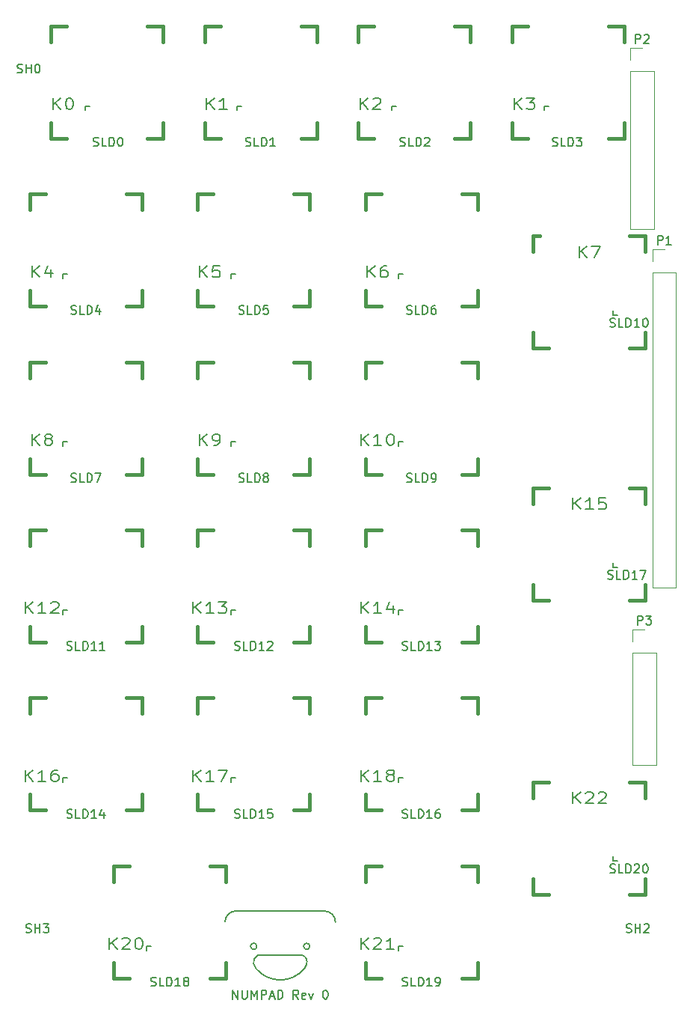
<source format=gto>
G04 #@! TF.FileFunction,Legend,Top*
%FSLAX46Y46*%
G04 Gerber Fmt 4.6, Leading zero omitted, Abs format (unit mm)*
G04 Created by KiCad (PCBNEW 4.0.5) date Sun Feb 26 02:23:34 2017*
%MOMM*%
%LPD*%
G01*
G04 APERTURE LIST*
%ADD10C,0.100000*%
%ADD11C,0.120000*%
%ADD12C,0.381000*%
%ADD13C,0.150000*%
%ADD14C,0.203200*%
G04 APERTURE END LIST*
D10*
D11*
X131670000Y-49770000D02*
X131670000Y-67610000D01*
X131670000Y-67610000D02*
X134330000Y-67610000D01*
X134330000Y-67610000D02*
X134330000Y-49770000D01*
X134330000Y-49770000D02*
X131670000Y-49770000D01*
X131670000Y-48500000D02*
X131670000Y-47170000D01*
X131670000Y-47170000D02*
X133000000Y-47170000D01*
X131920000Y-115520000D02*
X131920000Y-128280000D01*
X131920000Y-128280000D02*
X134580000Y-128280000D01*
X134580000Y-128280000D02*
X134580000Y-115520000D01*
X134580000Y-115520000D02*
X131920000Y-115520000D01*
X131920000Y-114250000D02*
X131920000Y-112920000D01*
X131920000Y-112920000D02*
X133250000Y-112920000D01*
X134170000Y-72520000D02*
X134170000Y-108140000D01*
X134170000Y-108140000D02*
X136830000Y-108140000D01*
X136830000Y-108140000D02*
X136830000Y-72520000D01*
X136830000Y-72520000D02*
X134170000Y-72520000D01*
X134170000Y-71250000D02*
X134170000Y-69920000D01*
X134170000Y-69920000D02*
X135500000Y-69920000D01*
D12*
X63650000Y-63650000D02*
X65428000Y-63650000D01*
X74572000Y-63650000D02*
X76350000Y-63650000D01*
X76350000Y-63650000D02*
X76350000Y-65428000D01*
X76350000Y-74572000D02*
X76350000Y-76350000D01*
X76350000Y-76350000D02*
X74572000Y-76350000D01*
X65428000Y-76350000D02*
X63650000Y-76350000D01*
X63650000Y-76350000D02*
X63650000Y-74572000D01*
X63650000Y-65428000D02*
X63650000Y-63650000D01*
X82650000Y-101650000D02*
X84428000Y-101650000D01*
X93572000Y-101650000D02*
X95350000Y-101650000D01*
X95350000Y-101650000D02*
X95350000Y-103428000D01*
X95350000Y-112572000D02*
X95350000Y-114350000D01*
X95350000Y-114350000D02*
X93572000Y-114350000D01*
X84428000Y-114350000D02*
X82650000Y-114350000D01*
X82650000Y-114350000D02*
X82650000Y-112572000D01*
X82650000Y-103428000D02*
X82650000Y-101650000D01*
X101650000Y-139650000D02*
X103428000Y-139650000D01*
X112572000Y-139650000D02*
X114350000Y-139650000D01*
X114350000Y-139650000D02*
X114350000Y-141428000D01*
X114350000Y-150572000D02*
X114350000Y-152350000D01*
X114350000Y-152350000D02*
X112572000Y-152350000D01*
X103428000Y-152350000D02*
X101650000Y-152350000D01*
X101650000Y-152350000D02*
X101650000Y-150572000D01*
X101650000Y-141428000D02*
X101650000Y-139650000D01*
X101650000Y-101650000D02*
X103428000Y-101650000D01*
X112572000Y-101650000D02*
X114350000Y-101650000D01*
X114350000Y-101650000D02*
X114350000Y-103428000D01*
X114350000Y-112572000D02*
X114350000Y-114350000D01*
X114350000Y-114350000D02*
X112572000Y-114350000D01*
X103428000Y-114350000D02*
X101650000Y-114350000D01*
X101650000Y-114350000D02*
X101650000Y-112572000D01*
X101650000Y-103428000D02*
X101650000Y-101650000D01*
X82650000Y-82650000D02*
X84428000Y-82650000D01*
X93572000Y-82650000D02*
X95350000Y-82650000D01*
X95350000Y-82650000D02*
X95350000Y-84428000D01*
X95350000Y-93572000D02*
X95350000Y-95350000D01*
X95350000Y-95350000D02*
X93572000Y-95350000D01*
X84428000Y-95350000D02*
X82650000Y-95350000D01*
X82650000Y-95350000D02*
X82650000Y-93572000D01*
X82650000Y-84428000D02*
X82650000Y-82650000D01*
X101650000Y-63650000D02*
X103428000Y-63650000D01*
X112572000Y-63650000D02*
X114350000Y-63650000D01*
X114350000Y-63650000D02*
X114350000Y-65428000D01*
X114350000Y-74572000D02*
X114350000Y-76350000D01*
X114350000Y-76350000D02*
X112572000Y-76350000D01*
X103428000Y-76350000D02*
X101650000Y-76350000D01*
X101650000Y-76350000D02*
X101650000Y-74572000D01*
X101650000Y-65428000D02*
X101650000Y-63650000D01*
X82650000Y-63650000D02*
X84428000Y-63650000D01*
X93572000Y-63650000D02*
X95350000Y-63650000D01*
X95350000Y-63650000D02*
X95350000Y-65428000D01*
X95350000Y-74572000D02*
X95350000Y-76350000D01*
X95350000Y-76350000D02*
X93572000Y-76350000D01*
X84428000Y-76350000D02*
X82650000Y-76350000D01*
X82650000Y-76350000D02*
X82650000Y-74572000D01*
X82650000Y-65428000D02*
X82650000Y-63650000D01*
X63650000Y-82650000D02*
X65428000Y-82650000D01*
X74572000Y-82650000D02*
X76350000Y-82650000D01*
X76350000Y-82650000D02*
X76350000Y-84428000D01*
X76350000Y-93572000D02*
X76350000Y-95350000D01*
X76350000Y-95350000D02*
X74572000Y-95350000D01*
X65428000Y-95350000D02*
X63650000Y-95350000D01*
X63650000Y-95350000D02*
X63650000Y-93572000D01*
X63650000Y-84428000D02*
X63650000Y-82650000D01*
X101650000Y-82650000D02*
X103428000Y-82650000D01*
X112572000Y-82650000D02*
X114350000Y-82650000D01*
X114350000Y-82650000D02*
X114350000Y-84428000D01*
X114350000Y-93572000D02*
X114350000Y-95350000D01*
X114350000Y-95350000D02*
X112572000Y-95350000D01*
X103428000Y-95350000D02*
X101650000Y-95350000D01*
X101650000Y-95350000D02*
X101650000Y-93572000D01*
X101650000Y-84428000D02*
X101650000Y-82650000D01*
X63650000Y-101650000D02*
X65428000Y-101650000D01*
X74572000Y-101650000D02*
X76350000Y-101650000D01*
X76350000Y-101650000D02*
X76350000Y-103428000D01*
X76350000Y-112572000D02*
X76350000Y-114350000D01*
X76350000Y-114350000D02*
X74572000Y-114350000D01*
X65428000Y-114350000D02*
X63650000Y-114350000D01*
X63650000Y-114350000D02*
X63650000Y-112572000D01*
X63650000Y-103428000D02*
X63650000Y-101650000D01*
X63650000Y-120650000D02*
X65428000Y-120650000D01*
X74572000Y-120650000D02*
X76350000Y-120650000D01*
X76350000Y-120650000D02*
X76350000Y-122428000D01*
X76350000Y-131572000D02*
X76350000Y-133350000D01*
X76350000Y-133350000D02*
X74572000Y-133350000D01*
X65428000Y-133350000D02*
X63650000Y-133350000D01*
X63650000Y-133350000D02*
X63650000Y-131572000D01*
X63650000Y-122428000D02*
X63650000Y-120650000D01*
X82650000Y-120650000D02*
X84428000Y-120650000D01*
X93572000Y-120650000D02*
X95350000Y-120650000D01*
X95350000Y-120650000D02*
X95350000Y-122428000D01*
X95350000Y-131572000D02*
X95350000Y-133350000D01*
X95350000Y-133350000D02*
X93572000Y-133350000D01*
X84428000Y-133350000D02*
X82650000Y-133350000D01*
X82650000Y-133350000D02*
X82650000Y-131572000D01*
X82650000Y-122428000D02*
X82650000Y-120650000D01*
X101650000Y-120650000D02*
X103428000Y-120650000D01*
X112572000Y-120650000D02*
X114350000Y-120650000D01*
X114350000Y-120650000D02*
X114350000Y-122428000D01*
X114350000Y-131572000D02*
X114350000Y-133350000D01*
X114350000Y-133350000D02*
X112572000Y-133350000D01*
X103428000Y-133350000D02*
X101650000Y-133350000D01*
X101650000Y-133350000D02*
X101650000Y-131572000D01*
X101650000Y-122428000D02*
X101650000Y-120650000D01*
X73150000Y-139650000D02*
X74928000Y-139650000D01*
X84072000Y-139650000D02*
X85850000Y-139650000D01*
X85850000Y-139650000D02*
X85850000Y-141428000D01*
X85850000Y-150572000D02*
X85850000Y-152350000D01*
X85850000Y-152350000D02*
X84072000Y-152350000D01*
X74928000Y-152350000D02*
X73150000Y-152350000D01*
X73150000Y-152350000D02*
X73150000Y-150572000D01*
X73150000Y-141428000D02*
X73150000Y-139650000D01*
X118275000Y-44650000D02*
X120053000Y-44650000D01*
X129197000Y-44650000D02*
X130975000Y-44650000D01*
X130975000Y-44650000D02*
X130975000Y-46428000D01*
X130975000Y-55572000D02*
X130975000Y-57350000D01*
X130975000Y-57350000D02*
X129197000Y-57350000D01*
X120053000Y-57350000D02*
X118275000Y-57350000D01*
X118275000Y-57350000D02*
X118275000Y-55572000D01*
X118275000Y-46428000D02*
X118275000Y-44650000D01*
X100858000Y-44650000D02*
X102636000Y-44650000D01*
X111780000Y-44650000D02*
X113558000Y-44650000D01*
X113558000Y-44650000D02*
X113558000Y-46428000D01*
X113558000Y-55572000D02*
X113558000Y-57350000D01*
X113558000Y-57350000D02*
X111780000Y-57350000D01*
X102636000Y-57350000D02*
X100858000Y-57350000D01*
X100858000Y-57350000D02*
X100858000Y-55572000D01*
X100858000Y-46428000D02*
X100858000Y-44650000D01*
X83441700Y-44650000D02*
X85219700Y-44650000D01*
X94363700Y-44650000D02*
X96141700Y-44650000D01*
X96141700Y-44650000D02*
X96141700Y-46428000D01*
X96141700Y-55572000D02*
X96141700Y-57350000D01*
X96141700Y-57350000D02*
X94363700Y-57350000D01*
X85219700Y-57350000D02*
X83441700Y-57350000D01*
X83441700Y-57350000D02*
X83441700Y-55572000D01*
X83441700Y-46428000D02*
X83441700Y-44650000D01*
X66025000Y-44650000D02*
X67803000Y-44650000D01*
X76947000Y-44650000D02*
X78725000Y-44650000D01*
X78725000Y-44650000D02*
X78725000Y-46428000D01*
X78725000Y-55572000D02*
X78725000Y-57350000D01*
X78725000Y-57350000D02*
X76947000Y-57350000D01*
X67803000Y-57350000D02*
X66025000Y-57350000D01*
X66025000Y-57350000D02*
X66025000Y-55572000D01*
X66025000Y-46428000D02*
X66025000Y-44650000D01*
X120650000Y-130150000D02*
X122428000Y-130150000D01*
X131572000Y-130150000D02*
X133350000Y-130150000D01*
X133350000Y-130150000D02*
X133350000Y-131928000D01*
X133350000Y-141072000D02*
X133350000Y-142850000D01*
X133350000Y-142850000D02*
X131572000Y-142850000D01*
X122428000Y-142850000D02*
X120650000Y-142850000D01*
X120650000Y-142850000D02*
X120650000Y-141072000D01*
X120650000Y-131928000D02*
X120650000Y-130150000D01*
X120650000Y-81100000D02*
X120650000Y-79322000D01*
X120650000Y-70178000D02*
X120650000Y-68400000D01*
X120650000Y-68400000D02*
X121428000Y-68400000D01*
X131572000Y-68400000D02*
X133350000Y-68400000D01*
X133350000Y-68400000D02*
X133350000Y-70178000D01*
X133350000Y-79322000D02*
X133350000Y-81100000D01*
X133350000Y-81100000D02*
X131572000Y-81100000D01*
X122428000Y-81100000D02*
X120650000Y-81100000D01*
X120650000Y-109600000D02*
X120650000Y-107822000D01*
X120650000Y-98678000D02*
X120650000Y-96900000D01*
X120650000Y-96900000D02*
X122428000Y-96900000D01*
X131572000Y-96900000D02*
X133350000Y-96900000D01*
X133350000Y-96900000D02*
X133350000Y-98678000D01*
X133350000Y-107822000D02*
X133350000Y-109600000D01*
X133350000Y-109600000D02*
X131572000Y-109600000D01*
X122428000Y-109600000D02*
X120650000Y-109600000D01*
D13*
X87000000Y-144750000D02*
X97000000Y-144750000D01*
X89250000Y-151250000D02*
G75*
G03X94750000Y-151250000I2750000J2250000D01*
G01*
X89016588Y-150745261D02*
G75*
G03X89250000Y-151250000I1733412J495261D01*
G01*
X89500000Y-149750000D02*
G75*
G03X89000000Y-150750000I250000J-750000D01*
G01*
X94764354Y-151259569D02*
G75*
G03X95000000Y-150750000I-1514354J1009569D01*
G01*
X94984025Y-150793610D02*
G75*
G03X94500000Y-149750000I-734025J293610D01*
G01*
X98250000Y-146000000D02*
G75*
G03X97000000Y-144750000I-1250000J0D01*
G01*
X87000000Y-144750000D02*
G75*
G03X85750000Y-146000000I0J-1250000D01*
G01*
X95353553Y-148750000D02*
G75*
G03X95353553Y-148750000I-353553J0D01*
G01*
X89353553Y-148750000D02*
G75*
G03X89353553Y-148750000I-353553J0D01*
G01*
X89500000Y-149750000D02*
X94500000Y-149750000D01*
X87150000Y-53700000D02*
X87650000Y-53700000D01*
X87150000Y-53700000D02*
X87150000Y-54200000D01*
X121900000Y-53700000D02*
X122400000Y-53700000D01*
X121900000Y-53700000D02*
X121900000Y-54200000D01*
X67400000Y-72700000D02*
X67900000Y-72700000D01*
X67400000Y-72700000D02*
X67400000Y-73200000D01*
X86400000Y-72700000D02*
X86900000Y-72700000D01*
X86400000Y-72700000D02*
X86400000Y-73200000D01*
X105400000Y-72700000D02*
X105900000Y-72700000D01*
X105400000Y-72700000D02*
X105400000Y-73200000D01*
X67400000Y-91700000D02*
X67900000Y-91700000D01*
X67400000Y-91700000D02*
X67400000Y-92200000D01*
X86400000Y-91700000D02*
X86900000Y-91700000D01*
X86400000Y-91700000D02*
X86400000Y-92200000D01*
X105400000Y-91700000D02*
X105900000Y-91700000D01*
X105400000Y-91700000D02*
X105400000Y-92200000D01*
X67400000Y-110700000D02*
X67900000Y-110700000D01*
X67400000Y-110700000D02*
X67400000Y-111200000D01*
X86400000Y-110700000D02*
X86900000Y-110700000D01*
X86400000Y-110700000D02*
X86400000Y-111200000D01*
X105400000Y-110700000D02*
X105900000Y-110700000D01*
X105400000Y-110700000D02*
X105400000Y-111200000D01*
X67400000Y-129700000D02*
X67900000Y-129700000D01*
X67400000Y-129700000D02*
X67400000Y-130200000D01*
X86400000Y-129700000D02*
X86900000Y-129700000D01*
X86400000Y-129700000D02*
X86400000Y-130200000D01*
X105400000Y-129700000D02*
X105900000Y-129700000D01*
X105400000Y-129700000D02*
X105400000Y-130200000D01*
X76900000Y-148700000D02*
X77400000Y-148700000D01*
X76900000Y-148700000D02*
X76900000Y-149200000D01*
X105400000Y-148700000D02*
X105900000Y-148700000D01*
X105400000Y-148700000D02*
X105400000Y-149200000D01*
X129700000Y-139100000D02*
X129700000Y-138600000D01*
X129700000Y-139100000D02*
X130200000Y-139100000D01*
X69900000Y-53700000D02*
X70400000Y-53700000D01*
X69900000Y-53700000D02*
X69900000Y-54200000D01*
X104650000Y-53700000D02*
X105150000Y-53700000D01*
X104650000Y-53700000D02*
X104650000Y-54200000D01*
X129700000Y-77350000D02*
X129700000Y-76850000D01*
X129700000Y-77350000D02*
X130200000Y-77350000D01*
X129700000Y-105850000D02*
X129700000Y-105350000D01*
X129700000Y-105850000D02*
X130200000Y-105850000D01*
X62214286Y-49904762D02*
X62357143Y-49952381D01*
X62595239Y-49952381D01*
X62690477Y-49904762D01*
X62738096Y-49857143D01*
X62785715Y-49761905D01*
X62785715Y-49666667D01*
X62738096Y-49571429D01*
X62690477Y-49523810D01*
X62595239Y-49476190D01*
X62404762Y-49428571D01*
X62309524Y-49380952D01*
X62261905Y-49333333D01*
X62214286Y-49238095D01*
X62214286Y-49142857D01*
X62261905Y-49047619D01*
X62309524Y-49000000D01*
X62404762Y-48952381D01*
X62642858Y-48952381D01*
X62785715Y-49000000D01*
X63214286Y-49952381D02*
X63214286Y-48952381D01*
X63214286Y-49428571D02*
X63785715Y-49428571D01*
X63785715Y-49952381D02*
X63785715Y-48952381D01*
X64452381Y-48952381D02*
X64547620Y-48952381D01*
X64642858Y-49000000D01*
X64690477Y-49047619D01*
X64738096Y-49142857D01*
X64785715Y-49333333D01*
X64785715Y-49571429D01*
X64738096Y-49761905D01*
X64690477Y-49857143D01*
X64642858Y-49904762D01*
X64547620Y-49952381D01*
X64452381Y-49952381D01*
X64357143Y-49904762D01*
X64309524Y-49857143D01*
X64261905Y-49761905D01*
X64214286Y-49571429D01*
X64214286Y-49333333D01*
X64261905Y-49142857D01*
X64309524Y-49047619D01*
X64357143Y-49000000D01*
X64452381Y-48952381D01*
X132261905Y-46622381D02*
X132261905Y-45622381D01*
X132642858Y-45622381D01*
X132738096Y-45670000D01*
X132785715Y-45717619D01*
X132833334Y-45812857D01*
X132833334Y-45955714D01*
X132785715Y-46050952D01*
X132738096Y-46098571D01*
X132642858Y-46146190D01*
X132261905Y-46146190D01*
X133214286Y-45717619D02*
X133261905Y-45670000D01*
X133357143Y-45622381D01*
X133595239Y-45622381D01*
X133690477Y-45670000D01*
X133738096Y-45717619D01*
X133785715Y-45812857D01*
X133785715Y-45908095D01*
X133738096Y-46050952D01*
X133166667Y-46622381D01*
X133785715Y-46622381D01*
X132511905Y-112372381D02*
X132511905Y-111372381D01*
X132892858Y-111372381D01*
X132988096Y-111420000D01*
X133035715Y-111467619D01*
X133083334Y-111562857D01*
X133083334Y-111705714D01*
X133035715Y-111800952D01*
X132988096Y-111848571D01*
X132892858Y-111896190D01*
X132511905Y-111896190D01*
X133416667Y-111372381D02*
X134035715Y-111372381D01*
X133702381Y-111753333D01*
X133845239Y-111753333D01*
X133940477Y-111800952D01*
X133988096Y-111848571D01*
X134035715Y-111943810D01*
X134035715Y-112181905D01*
X133988096Y-112277143D01*
X133940477Y-112324762D01*
X133845239Y-112372381D01*
X133559524Y-112372381D01*
X133464286Y-112324762D01*
X133416667Y-112277143D01*
X134761905Y-69372381D02*
X134761905Y-68372381D01*
X135142858Y-68372381D01*
X135238096Y-68420000D01*
X135285715Y-68467619D01*
X135333334Y-68562857D01*
X135333334Y-68705714D01*
X135285715Y-68800952D01*
X135238096Y-68848571D01*
X135142858Y-68896190D01*
X134761905Y-68896190D01*
X136285715Y-69372381D02*
X135714286Y-69372381D01*
X136000000Y-69372381D02*
X136000000Y-68372381D01*
X135904762Y-68515238D01*
X135809524Y-68610476D01*
X135714286Y-68658095D01*
D14*
X63875143Y-73074524D02*
X63875143Y-71804524D01*
X64746000Y-73074524D02*
X64092857Y-72348810D01*
X64746000Y-71804524D02*
X63875143Y-72530238D01*
X66052286Y-72227857D02*
X66052286Y-73074524D01*
X65689429Y-71744048D02*
X65326572Y-72651190D01*
X66270000Y-72651190D01*
X82149428Y-111074524D02*
X82149428Y-109804524D01*
X83020285Y-111074524D02*
X82367142Y-110348810D01*
X83020285Y-109804524D02*
X82149428Y-110530238D01*
X84471714Y-111074524D02*
X83600857Y-111074524D01*
X84036285Y-111074524D02*
X84036285Y-109804524D01*
X83891142Y-109985952D01*
X83746000Y-110106905D01*
X83600857Y-110167381D01*
X84979714Y-109804524D02*
X85923143Y-109804524D01*
X85415143Y-110288333D01*
X85632857Y-110288333D01*
X85778000Y-110348810D01*
X85850571Y-110409286D01*
X85923143Y-110530238D01*
X85923143Y-110832619D01*
X85850571Y-110953571D01*
X85778000Y-111014048D01*
X85632857Y-111074524D01*
X85197429Y-111074524D01*
X85052286Y-111014048D01*
X84979714Y-110953571D01*
X101149428Y-149074524D02*
X101149428Y-147804524D01*
X102020285Y-149074524D02*
X101367142Y-148348810D01*
X102020285Y-147804524D02*
X101149428Y-148530238D01*
X102600857Y-147925476D02*
X102673428Y-147865000D01*
X102818571Y-147804524D01*
X103181428Y-147804524D01*
X103326571Y-147865000D01*
X103399142Y-147925476D01*
X103471714Y-148046429D01*
X103471714Y-148167381D01*
X103399142Y-148348810D01*
X102528285Y-149074524D01*
X103471714Y-149074524D01*
X104923143Y-149074524D02*
X104052286Y-149074524D01*
X104487714Y-149074524D02*
X104487714Y-147804524D01*
X104342571Y-147985952D01*
X104197429Y-148106905D01*
X104052286Y-148167381D01*
X101149428Y-111074524D02*
X101149428Y-109804524D01*
X102020285Y-111074524D02*
X101367142Y-110348810D01*
X102020285Y-109804524D02*
X101149428Y-110530238D01*
X103471714Y-111074524D02*
X102600857Y-111074524D01*
X103036285Y-111074524D02*
X103036285Y-109804524D01*
X102891142Y-109985952D01*
X102746000Y-110106905D01*
X102600857Y-110167381D01*
X104778000Y-110227857D02*
X104778000Y-111074524D01*
X104415143Y-109744048D02*
X104052286Y-110651190D01*
X104995714Y-110651190D01*
X82875143Y-92074524D02*
X82875143Y-90804524D01*
X83746000Y-92074524D02*
X83092857Y-91348810D01*
X83746000Y-90804524D02*
X82875143Y-91530238D01*
X84471715Y-92074524D02*
X84762000Y-92074524D01*
X84907143Y-92014048D01*
X84979715Y-91953571D01*
X85124857Y-91772143D01*
X85197429Y-91530238D01*
X85197429Y-91046429D01*
X85124857Y-90925476D01*
X85052286Y-90865000D01*
X84907143Y-90804524D01*
X84616857Y-90804524D01*
X84471715Y-90865000D01*
X84399143Y-90925476D01*
X84326572Y-91046429D01*
X84326572Y-91348810D01*
X84399143Y-91469762D01*
X84471715Y-91530238D01*
X84616857Y-91590714D01*
X84907143Y-91590714D01*
X85052286Y-91530238D01*
X85124857Y-91469762D01*
X85197429Y-91348810D01*
X101875143Y-73074524D02*
X101875143Y-71804524D01*
X102746000Y-73074524D02*
X102092857Y-72348810D01*
X102746000Y-71804524D02*
X101875143Y-72530238D01*
X104052286Y-71804524D02*
X103762000Y-71804524D01*
X103616857Y-71865000D01*
X103544286Y-71925476D01*
X103399143Y-72106905D01*
X103326572Y-72348810D01*
X103326572Y-72832619D01*
X103399143Y-72953571D01*
X103471715Y-73014048D01*
X103616857Y-73074524D01*
X103907143Y-73074524D01*
X104052286Y-73014048D01*
X104124857Y-72953571D01*
X104197429Y-72832619D01*
X104197429Y-72530238D01*
X104124857Y-72409286D01*
X104052286Y-72348810D01*
X103907143Y-72288333D01*
X103616857Y-72288333D01*
X103471715Y-72348810D01*
X103399143Y-72409286D01*
X103326572Y-72530238D01*
X82875143Y-73074524D02*
X82875143Y-71804524D01*
X83746000Y-73074524D02*
X83092857Y-72348810D01*
X83746000Y-71804524D02*
X82875143Y-72530238D01*
X85124857Y-71804524D02*
X84399143Y-71804524D01*
X84326572Y-72409286D01*
X84399143Y-72348810D01*
X84544286Y-72288333D01*
X84907143Y-72288333D01*
X85052286Y-72348810D01*
X85124857Y-72409286D01*
X85197429Y-72530238D01*
X85197429Y-72832619D01*
X85124857Y-72953571D01*
X85052286Y-73014048D01*
X84907143Y-73074524D01*
X84544286Y-73074524D01*
X84399143Y-73014048D01*
X84326572Y-72953571D01*
X63875143Y-92074524D02*
X63875143Y-90804524D01*
X64746000Y-92074524D02*
X64092857Y-91348810D01*
X64746000Y-90804524D02*
X63875143Y-91530238D01*
X65616857Y-91348810D02*
X65471715Y-91288333D01*
X65399143Y-91227857D01*
X65326572Y-91106905D01*
X65326572Y-91046429D01*
X65399143Y-90925476D01*
X65471715Y-90865000D01*
X65616857Y-90804524D01*
X65907143Y-90804524D01*
X66052286Y-90865000D01*
X66124857Y-90925476D01*
X66197429Y-91046429D01*
X66197429Y-91106905D01*
X66124857Y-91227857D01*
X66052286Y-91288333D01*
X65907143Y-91348810D01*
X65616857Y-91348810D01*
X65471715Y-91409286D01*
X65399143Y-91469762D01*
X65326572Y-91590714D01*
X65326572Y-91832619D01*
X65399143Y-91953571D01*
X65471715Y-92014048D01*
X65616857Y-92074524D01*
X65907143Y-92074524D01*
X66052286Y-92014048D01*
X66124857Y-91953571D01*
X66197429Y-91832619D01*
X66197429Y-91590714D01*
X66124857Y-91469762D01*
X66052286Y-91409286D01*
X65907143Y-91348810D01*
X101149428Y-92074524D02*
X101149428Y-90804524D01*
X102020285Y-92074524D02*
X101367142Y-91348810D01*
X102020285Y-90804524D02*
X101149428Y-91530238D01*
X103471714Y-92074524D02*
X102600857Y-92074524D01*
X103036285Y-92074524D02*
X103036285Y-90804524D01*
X102891142Y-90985952D01*
X102746000Y-91106905D01*
X102600857Y-91167381D01*
X104415143Y-90804524D02*
X104560286Y-90804524D01*
X104705429Y-90865000D01*
X104778000Y-90925476D01*
X104850571Y-91046429D01*
X104923143Y-91288333D01*
X104923143Y-91590714D01*
X104850571Y-91832619D01*
X104778000Y-91953571D01*
X104705429Y-92014048D01*
X104560286Y-92074524D01*
X104415143Y-92074524D01*
X104270000Y-92014048D01*
X104197429Y-91953571D01*
X104124857Y-91832619D01*
X104052286Y-91590714D01*
X104052286Y-91288333D01*
X104124857Y-91046429D01*
X104197429Y-90925476D01*
X104270000Y-90865000D01*
X104415143Y-90804524D01*
X63149428Y-111074524D02*
X63149428Y-109804524D01*
X64020285Y-111074524D02*
X63367142Y-110348810D01*
X64020285Y-109804524D02*
X63149428Y-110530238D01*
X65471714Y-111074524D02*
X64600857Y-111074524D01*
X65036285Y-111074524D02*
X65036285Y-109804524D01*
X64891142Y-109985952D01*
X64746000Y-110106905D01*
X64600857Y-110167381D01*
X66052286Y-109925476D02*
X66124857Y-109865000D01*
X66270000Y-109804524D01*
X66632857Y-109804524D01*
X66778000Y-109865000D01*
X66850571Y-109925476D01*
X66923143Y-110046429D01*
X66923143Y-110167381D01*
X66850571Y-110348810D01*
X65979714Y-111074524D01*
X66923143Y-111074524D01*
X63149428Y-130074524D02*
X63149428Y-128804524D01*
X64020285Y-130074524D02*
X63367142Y-129348810D01*
X64020285Y-128804524D02*
X63149428Y-129530238D01*
X65471714Y-130074524D02*
X64600857Y-130074524D01*
X65036285Y-130074524D02*
X65036285Y-128804524D01*
X64891142Y-128985952D01*
X64746000Y-129106905D01*
X64600857Y-129167381D01*
X66778000Y-128804524D02*
X66487714Y-128804524D01*
X66342571Y-128865000D01*
X66270000Y-128925476D01*
X66124857Y-129106905D01*
X66052286Y-129348810D01*
X66052286Y-129832619D01*
X66124857Y-129953571D01*
X66197429Y-130014048D01*
X66342571Y-130074524D01*
X66632857Y-130074524D01*
X66778000Y-130014048D01*
X66850571Y-129953571D01*
X66923143Y-129832619D01*
X66923143Y-129530238D01*
X66850571Y-129409286D01*
X66778000Y-129348810D01*
X66632857Y-129288333D01*
X66342571Y-129288333D01*
X66197429Y-129348810D01*
X66124857Y-129409286D01*
X66052286Y-129530238D01*
X82149428Y-130074524D02*
X82149428Y-128804524D01*
X83020285Y-130074524D02*
X82367142Y-129348810D01*
X83020285Y-128804524D02*
X82149428Y-129530238D01*
X84471714Y-130074524D02*
X83600857Y-130074524D01*
X84036285Y-130074524D02*
X84036285Y-128804524D01*
X83891142Y-128985952D01*
X83746000Y-129106905D01*
X83600857Y-129167381D01*
X84979714Y-128804524D02*
X85995714Y-128804524D01*
X85342571Y-130074524D01*
X101149428Y-130074524D02*
X101149428Y-128804524D01*
X102020285Y-130074524D02*
X101367142Y-129348810D01*
X102020285Y-128804524D02*
X101149428Y-129530238D01*
X103471714Y-130074524D02*
X102600857Y-130074524D01*
X103036285Y-130074524D02*
X103036285Y-128804524D01*
X102891142Y-128985952D01*
X102746000Y-129106905D01*
X102600857Y-129167381D01*
X104342571Y-129348810D02*
X104197429Y-129288333D01*
X104124857Y-129227857D01*
X104052286Y-129106905D01*
X104052286Y-129046429D01*
X104124857Y-128925476D01*
X104197429Y-128865000D01*
X104342571Y-128804524D01*
X104632857Y-128804524D01*
X104778000Y-128865000D01*
X104850571Y-128925476D01*
X104923143Y-129046429D01*
X104923143Y-129106905D01*
X104850571Y-129227857D01*
X104778000Y-129288333D01*
X104632857Y-129348810D01*
X104342571Y-129348810D01*
X104197429Y-129409286D01*
X104124857Y-129469762D01*
X104052286Y-129590714D01*
X104052286Y-129832619D01*
X104124857Y-129953571D01*
X104197429Y-130014048D01*
X104342571Y-130074524D01*
X104632857Y-130074524D01*
X104778000Y-130014048D01*
X104850571Y-129953571D01*
X104923143Y-129832619D01*
X104923143Y-129590714D01*
X104850571Y-129469762D01*
X104778000Y-129409286D01*
X104632857Y-129348810D01*
X72649428Y-149074524D02*
X72649428Y-147804524D01*
X73520285Y-149074524D02*
X72867142Y-148348810D01*
X73520285Y-147804524D02*
X72649428Y-148530238D01*
X74100857Y-147925476D02*
X74173428Y-147865000D01*
X74318571Y-147804524D01*
X74681428Y-147804524D01*
X74826571Y-147865000D01*
X74899142Y-147925476D01*
X74971714Y-148046429D01*
X74971714Y-148167381D01*
X74899142Y-148348810D01*
X74028285Y-149074524D01*
X74971714Y-149074524D01*
X75915143Y-147804524D02*
X76060286Y-147804524D01*
X76205429Y-147865000D01*
X76278000Y-147925476D01*
X76350571Y-148046429D01*
X76423143Y-148288333D01*
X76423143Y-148590714D01*
X76350571Y-148832619D01*
X76278000Y-148953571D01*
X76205429Y-149014048D01*
X76060286Y-149074524D01*
X75915143Y-149074524D01*
X75770000Y-149014048D01*
X75697429Y-148953571D01*
X75624857Y-148832619D01*
X75552286Y-148590714D01*
X75552286Y-148288333D01*
X75624857Y-148046429D01*
X75697429Y-147925476D01*
X75770000Y-147865000D01*
X75915143Y-147804524D01*
X118500143Y-54074524D02*
X118500143Y-52804524D01*
X119371000Y-54074524D02*
X118717857Y-53348810D01*
X119371000Y-52804524D02*
X118500143Y-53530238D01*
X119879000Y-52804524D02*
X120822429Y-52804524D01*
X120314429Y-53288333D01*
X120532143Y-53288333D01*
X120677286Y-53348810D01*
X120749857Y-53409286D01*
X120822429Y-53530238D01*
X120822429Y-53832619D01*
X120749857Y-53953571D01*
X120677286Y-54014048D01*
X120532143Y-54074524D01*
X120096715Y-54074524D01*
X119951572Y-54014048D01*
X119879000Y-53953571D01*
X101083143Y-54074524D02*
X101083143Y-52804524D01*
X101954000Y-54074524D02*
X101300857Y-53348810D01*
X101954000Y-52804524D02*
X101083143Y-53530238D01*
X102534572Y-52925476D02*
X102607143Y-52865000D01*
X102752286Y-52804524D01*
X103115143Y-52804524D01*
X103260286Y-52865000D01*
X103332857Y-52925476D01*
X103405429Y-53046429D01*
X103405429Y-53167381D01*
X103332857Y-53348810D01*
X102462000Y-54074524D01*
X103405429Y-54074524D01*
X83666843Y-54074524D02*
X83666843Y-52804524D01*
X84537700Y-54074524D02*
X83884557Y-53348810D01*
X84537700Y-52804524D02*
X83666843Y-53530238D01*
X85989129Y-54074524D02*
X85118272Y-54074524D01*
X85553700Y-54074524D02*
X85553700Y-52804524D01*
X85408557Y-52985952D01*
X85263415Y-53106905D01*
X85118272Y-53167381D01*
X66250143Y-54074524D02*
X66250143Y-52804524D01*
X67121000Y-54074524D02*
X66467857Y-53348810D01*
X67121000Y-52804524D02*
X66250143Y-53530238D01*
X68064429Y-52804524D02*
X68209572Y-52804524D01*
X68354715Y-52865000D01*
X68427286Y-52925476D01*
X68499857Y-53046429D01*
X68572429Y-53288333D01*
X68572429Y-53590714D01*
X68499857Y-53832619D01*
X68427286Y-53953571D01*
X68354715Y-54014048D01*
X68209572Y-54074524D01*
X68064429Y-54074524D01*
X67919286Y-54014048D01*
X67846715Y-53953571D01*
X67774143Y-53832619D01*
X67701572Y-53590714D01*
X67701572Y-53288333D01*
X67774143Y-53046429D01*
X67846715Y-52925476D01*
X67919286Y-52865000D01*
X68064429Y-52804524D01*
X125149428Y-132574524D02*
X125149428Y-131304524D01*
X126020285Y-132574524D02*
X125367142Y-131848810D01*
X126020285Y-131304524D02*
X125149428Y-132030238D01*
X126600857Y-131425476D02*
X126673428Y-131365000D01*
X126818571Y-131304524D01*
X127181428Y-131304524D01*
X127326571Y-131365000D01*
X127399142Y-131425476D01*
X127471714Y-131546429D01*
X127471714Y-131667381D01*
X127399142Y-131848810D01*
X126528285Y-132574524D01*
X127471714Y-132574524D01*
X128052286Y-131425476D02*
X128124857Y-131365000D01*
X128270000Y-131304524D01*
X128632857Y-131304524D01*
X128778000Y-131365000D01*
X128850571Y-131425476D01*
X128923143Y-131546429D01*
X128923143Y-131667381D01*
X128850571Y-131848810D01*
X127979714Y-132574524D01*
X128923143Y-132574524D01*
X125875143Y-70824524D02*
X125875143Y-69554524D01*
X126746000Y-70824524D02*
X126092857Y-70098810D01*
X126746000Y-69554524D02*
X125875143Y-70280238D01*
X127254000Y-69554524D02*
X128270000Y-69554524D01*
X127616857Y-70824524D01*
D13*
X131214286Y-147154762D02*
X131357143Y-147202381D01*
X131595239Y-147202381D01*
X131690477Y-147154762D01*
X131738096Y-147107143D01*
X131785715Y-147011905D01*
X131785715Y-146916667D01*
X131738096Y-146821429D01*
X131690477Y-146773810D01*
X131595239Y-146726190D01*
X131404762Y-146678571D01*
X131309524Y-146630952D01*
X131261905Y-146583333D01*
X131214286Y-146488095D01*
X131214286Y-146392857D01*
X131261905Y-146297619D01*
X131309524Y-146250000D01*
X131404762Y-146202381D01*
X131642858Y-146202381D01*
X131785715Y-146250000D01*
X132214286Y-147202381D02*
X132214286Y-146202381D01*
X132214286Y-146678571D02*
X132785715Y-146678571D01*
X132785715Y-147202381D02*
X132785715Y-146202381D01*
X133214286Y-146297619D02*
X133261905Y-146250000D01*
X133357143Y-146202381D01*
X133595239Y-146202381D01*
X133690477Y-146250000D01*
X133738096Y-146297619D01*
X133785715Y-146392857D01*
X133785715Y-146488095D01*
X133738096Y-146630952D01*
X133166667Y-147202381D01*
X133785715Y-147202381D01*
X63214286Y-147154762D02*
X63357143Y-147202381D01*
X63595239Y-147202381D01*
X63690477Y-147154762D01*
X63738096Y-147107143D01*
X63785715Y-147011905D01*
X63785715Y-146916667D01*
X63738096Y-146821429D01*
X63690477Y-146773810D01*
X63595239Y-146726190D01*
X63404762Y-146678571D01*
X63309524Y-146630952D01*
X63261905Y-146583333D01*
X63214286Y-146488095D01*
X63214286Y-146392857D01*
X63261905Y-146297619D01*
X63309524Y-146250000D01*
X63404762Y-146202381D01*
X63642858Y-146202381D01*
X63785715Y-146250000D01*
X64214286Y-147202381D02*
X64214286Y-146202381D01*
X64214286Y-146678571D02*
X64785715Y-146678571D01*
X64785715Y-147202381D02*
X64785715Y-146202381D01*
X65166667Y-146202381D02*
X65785715Y-146202381D01*
X65452381Y-146583333D01*
X65595239Y-146583333D01*
X65690477Y-146630952D01*
X65738096Y-146678571D01*
X65785715Y-146773810D01*
X65785715Y-147011905D01*
X65738096Y-147107143D01*
X65690477Y-147154762D01*
X65595239Y-147202381D01*
X65309524Y-147202381D01*
X65214286Y-147154762D01*
X65166667Y-147107143D01*
D14*
X125149428Y-99324524D02*
X125149428Y-98054524D01*
X126020285Y-99324524D02*
X125367142Y-98598810D01*
X126020285Y-98054524D02*
X125149428Y-98780238D01*
X127471714Y-99324524D02*
X126600857Y-99324524D01*
X127036285Y-99324524D02*
X127036285Y-98054524D01*
X126891142Y-98235952D01*
X126746000Y-98356905D01*
X126600857Y-98417381D01*
X128850571Y-98054524D02*
X128124857Y-98054524D01*
X128052286Y-98659286D01*
X128124857Y-98598810D01*
X128270000Y-98538333D01*
X128632857Y-98538333D01*
X128778000Y-98598810D01*
X128850571Y-98659286D01*
X128923143Y-98780238D01*
X128923143Y-99082619D01*
X128850571Y-99203571D01*
X128778000Y-99264048D01*
X128632857Y-99324524D01*
X128270000Y-99324524D01*
X128124857Y-99264048D01*
X128052286Y-99203571D01*
D13*
X86642857Y-154702381D02*
X86642857Y-153702381D01*
X87214286Y-154702381D01*
X87214286Y-153702381D01*
X87690476Y-153702381D02*
X87690476Y-154511905D01*
X87738095Y-154607143D01*
X87785714Y-154654762D01*
X87880952Y-154702381D01*
X88071429Y-154702381D01*
X88166667Y-154654762D01*
X88214286Y-154607143D01*
X88261905Y-154511905D01*
X88261905Y-153702381D01*
X88738095Y-154702381D02*
X88738095Y-153702381D01*
X89071429Y-154416667D01*
X89404762Y-153702381D01*
X89404762Y-154702381D01*
X89880952Y-154702381D02*
X89880952Y-153702381D01*
X90261905Y-153702381D01*
X90357143Y-153750000D01*
X90404762Y-153797619D01*
X90452381Y-153892857D01*
X90452381Y-154035714D01*
X90404762Y-154130952D01*
X90357143Y-154178571D01*
X90261905Y-154226190D01*
X89880952Y-154226190D01*
X90833333Y-154416667D02*
X91309524Y-154416667D01*
X90738095Y-154702381D02*
X91071428Y-153702381D01*
X91404762Y-154702381D01*
X91738095Y-154702381D02*
X91738095Y-153702381D01*
X91976190Y-153702381D01*
X92119048Y-153750000D01*
X92214286Y-153845238D01*
X92261905Y-153940476D01*
X92309524Y-154130952D01*
X92309524Y-154273810D01*
X92261905Y-154464286D01*
X92214286Y-154559524D01*
X92119048Y-154654762D01*
X91976190Y-154702381D01*
X91738095Y-154702381D01*
X94071429Y-154702381D02*
X93738095Y-154226190D01*
X93500000Y-154702381D02*
X93500000Y-153702381D01*
X93880953Y-153702381D01*
X93976191Y-153750000D01*
X94023810Y-153797619D01*
X94071429Y-153892857D01*
X94071429Y-154035714D01*
X94023810Y-154130952D01*
X93976191Y-154178571D01*
X93880953Y-154226190D01*
X93500000Y-154226190D01*
X94880953Y-154654762D02*
X94785715Y-154702381D01*
X94595238Y-154702381D01*
X94500000Y-154654762D01*
X94452381Y-154559524D01*
X94452381Y-154178571D01*
X94500000Y-154083333D01*
X94595238Y-154035714D01*
X94785715Y-154035714D01*
X94880953Y-154083333D01*
X94928572Y-154178571D01*
X94928572Y-154273810D01*
X94452381Y-154369048D01*
X95261905Y-154035714D02*
X95500000Y-154702381D01*
X95738096Y-154035714D01*
X97071429Y-153702381D02*
X97166668Y-153702381D01*
X97261906Y-153750000D01*
X97309525Y-153797619D01*
X97357144Y-153892857D01*
X97404763Y-154083333D01*
X97404763Y-154321429D01*
X97357144Y-154511905D01*
X97309525Y-154607143D01*
X97261906Y-154654762D01*
X97166668Y-154702381D01*
X97071429Y-154702381D01*
X96976191Y-154654762D01*
X96928572Y-154607143D01*
X96880953Y-154511905D01*
X96833334Y-154321429D01*
X96833334Y-154083333D01*
X96880953Y-153892857D01*
X96928572Y-153797619D01*
X96976191Y-153750000D01*
X97071429Y-153702381D01*
X88083333Y-58204762D02*
X88226190Y-58252381D01*
X88464286Y-58252381D01*
X88559524Y-58204762D01*
X88607143Y-58157143D01*
X88654762Y-58061905D01*
X88654762Y-57966667D01*
X88607143Y-57871429D01*
X88559524Y-57823810D01*
X88464286Y-57776190D01*
X88273809Y-57728571D01*
X88178571Y-57680952D01*
X88130952Y-57633333D01*
X88083333Y-57538095D01*
X88083333Y-57442857D01*
X88130952Y-57347619D01*
X88178571Y-57300000D01*
X88273809Y-57252381D01*
X88511905Y-57252381D01*
X88654762Y-57300000D01*
X89559524Y-58252381D02*
X89083333Y-58252381D01*
X89083333Y-57252381D01*
X89892857Y-58252381D02*
X89892857Y-57252381D01*
X90130952Y-57252381D01*
X90273810Y-57300000D01*
X90369048Y-57395238D01*
X90416667Y-57490476D01*
X90464286Y-57680952D01*
X90464286Y-57823810D01*
X90416667Y-58014286D01*
X90369048Y-58109524D01*
X90273810Y-58204762D01*
X90130952Y-58252381D01*
X89892857Y-58252381D01*
X91416667Y-58252381D02*
X90845238Y-58252381D01*
X91130952Y-58252381D02*
X91130952Y-57252381D01*
X91035714Y-57395238D01*
X90940476Y-57490476D01*
X90845238Y-57538095D01*
X122833333Y-58204762D02*
X122976190Y-58252381D01*
X123214286Y-58252381D01*
X123309524Y-58204762D01*
X123357143Y-58157143D01*
X123404762Y-58061905D01*
X123404762Y-57966667D01*
X123357143Y-57871429D01*
X123309524Y-57823810D01*
X123214286Y-57776190D01*
X123023809Y-57728571D01*
X122928571Y-57680952D01*
X122880952Y-57633333D01*
X122833333Y-57538095D01*
X122833333Y-57442857D01*
X122880952Y-57347619D01*
X122928571Y-57300000D01*
X123023809Y-57252381D01*
X123261905Y-57252381D01*
X123404762Y-57300000D01*
X124309524Y-58252381D02*
X123833333Y-58252381D01*
X123833333Y-57252381D01*
X124642857Y-58252381D02*
X124642857Y-57252381D01*
X124880952Y-57252381D01*
X125023810Y-57300000D01*
X125119048Y-57395238D01*
X125166667Y-57490476D01*
X125214286Y-57680952D01*
X125214286Y-57823810D01*
X125166667Y-58014286D01*
X125119048Y-58109524D01*
X125023810Y-58204762D01*
X124880952Y-58252381D01*
X124642857Y-58252381D01*
X125547619Y-57252381D02*
X126166667Y-57252381D01*
X125833333Y-57633333D01*
X125976191Y-57633333D01*
X126071429Y-57680952D01*
X126119048Y-57728571D01*
X126166667Y-57823810D01*
X126166667Y-58061905D01*
X126119048Y-58157143D01*
X126071429Y-58204762D01*
X125976191Y-58252381D01*
X125690476Y-58252381D01*
X125595238Y-58204762D01*
X125547619Y-58157143D01*
X68333333Y-77204762D02*
X68476190Y-77252381D01*
X68714286Y-77252381D01*
X68809524Y-77204762D01*
X68857143Y-77157143D01*
X68904762Y-77061905D01*
X68904762Y-76966667D01*
X68857143Y-76871429D01*
X68809524Y-76823810D01*
X68714286Y-76776190D01*
X68523809Y-76728571D01*
X68428571Y-76680952D01*
X68380952Y-76633333D01*
X68333333Y-76538095D01*
X68333333Y-76442857D01*
X68380952Y-76347619D01*
X68428571Y-76300000D01*
X68523809Y-76252381D01*
X68761905Y-76252381D01*
X68904762Y-76300000D01*
X69809524Y-77252381D02*
X69333333Y-77252381D01*
X69333333Y-76252381D01*
X70142857Y-77252381D02*
X70142857Y-76252381D01*
X70380952Y-76252381D01*
X70523810Y-76300000D01*
X70619048Y-76395238D01*
X70666667Y-76490476D01*
X70714286Y-76680952D01*
X70714286Y-76823810D01*
X70666667Y-77014286D01*
X70619048Y-77109524D01*
X70523810Y-77204762D01*
X70380952Y-77252381D01*
X70142857Y-77252381D01*
X71571429Y-76585714D02*
X71571429Y-77252381D01*
X71333333Y-76204762D02*
X71095238Y-76919048D01*
X71714286Y-76919048D01*
X87333333Y-77204762D02*
X87476190Y-77252381D01*
X87714286Y-77252381D01*
X87809524Y-77204762D01*
X87857143Y-77157143D01*
X87904762Y-77061905D01*
X87904762Y-76966667D01*
X87857143Y-76871429D01*
X87809524Y-76823810D01*
X87714286Y-76776190D01*
X87523809Y-76728571D01*
X87428571Y-76680952D01*
X87380952Y-76633333D01*
X87333333Y-76538095D01*
X87333333Y-76442857D01*
X87380952Y-76347619D01*
X87428571Y-76300000D01*
X87523809Y-76252381D01*
X87761905Y-76252381D01*
X87904762Y-76300000D01*
X88809524Y-77252381D02*
X88333333Y-77252381D01*
X88333333Y-76252381D01*
X89142857Y-77252381D02*
X89142857Y-76252381D01*
X89380952Y-76252381D01*
X89523810Y-76300000D01*
X89619048Y-76395238D01*
X89666667Y-76490476D01*
X89714286Y-76680952D01*
X89714286Y-76823810D01*
X89666667Y-77014286D01*
X89619048Y-77109524D01*
X89523810Y-77204762D01*
X89380952Y-77252381D01*
X89142857Y-77252381D01*
X90619048Y-76252381D02*
X90142857Y-76252381D01*
X90095238Y-76728571D01*
X90142857Y-76680952D01*
X90238095Y-76633333D01*
X90476191Y-76633333D01*
X90571429Y-76680952D01*
X90619048Y-76728571D01*
X90666667Y-76823810D01*
X90666667Y-77061905D01*
X90619048Y-77157143D01*
X90571429Y-77204762D01*
X90476191Y-77252381D01*
X90238095Y-77252381D01*
X90142857Y-77204762D01*
X90095238Y-77157143D01*
X106333333Y-77204762D02*
X106476190Y-77252381D01*
X106714286Y-77252381D01*
X106809524Y-77204762D01*
X106857143Y-77157143D01*
X106904762Y-77061905D01*
X106904762Y-76966667D01*
X106857143Y-76871429D01*
X106809524Y-76823810D01*
X106714286Y-76776190D01*
X106523809Y-76728571D01*
X106428571Y-76680952D01*
X106380952Y-76633333D01*
X106333333Y-76538095D01*
X106333333Y-76442857D01*
X106380952Y-76347619D01*
X106428571Y-76300000D01*
X106523809Y-76252381D01*
X106761905Y-76252381D01*
X106904762Y-76300000D01*
X107809524Y-77252381D02*
X107333333Y-77252381D01*
X107333333Y-76252381D01*
X108142857Y-77252381D02*
X108142857Y-76252381D01*
X108380952Y-76252381D01*
X108523810Y-76300000D01*
X108619048Y-76395238D01*
X108666667Y-76490476D01*
X108714286Y-76680952D01*
X108714286Y-76823810D01*
X108666667Y-77014286D01*
X108619048Y-77109524D01*
X108523810Y-77204762D01*
X108380952Y-77252381D01*
X108142857Y-77252381D01*
X109571429Y-76252381D02*
X109380952Y-76252381D01*
X109285714Y-76300000D01*
X109238095Y-76347619D01*
X109142857Y-76490476D01*
X109095238Y-76680952D01*
X109095238Y-77061905D01*
X109142857Y-77157143D01*
X109190476Y-77204762D01*
X109285714Y-77252381D01*
X109476191Y-77252381D01*
X109571429Y-77204762D01*
X109619048Y-77157143D01*
X109666667Y-77061905D01*
X109666667Y-76823810D01*
X109619048Y-76728571D01*
X109571429Y-76680952D01*
X109476191Y-76633333D01*
X109285714Y-76633333D01*
X109190476Y-76680952D01*
X109142857Y-76728571D01*
X109095238Y-76823810D01*
X68333333Y-96204762D02*
X68476190Y-96252381D01*
X68714286Y-96252381D01*
X68809524Y-96204762D01*
X68857143Y-96157143D01*
X68904762Y-96061905D01*
X68904762Y-95966667D01*
X68857143Y-95871429D01*
X68809524Y-95823810D01*
X68714286Y-95776190D01*
X68523809Y-95728571D01*
X68428571Y-95680952D01*
X68380952Y-95633333D01*
X68333333Y-95538095D01*
X68333333Y-95442857D01*
X68380952Y-95347619D01*
X68428571Y-95300000D01*
X68523809Y-95252381D01*
X68761905Y-95252381D01*
X68904762Y-95300000D01*
X69809524Y-96252381D02*
X69333333Y-96252381D01*
X69333333Y-95252381D01*
X70142857Y-96252381D02*
X70142857Y-95252381D01*
X70380952Y-95252381D01*
X70523810Y-95300000D01*
X70619048Y-95395238D01*
X70666667Y-95490476D01*
X70714286Y-95680952D01*
X70714286Y-95823810D01*
X70666667Y-96014286D01*
X70619048Y-96109524D01*
X70523810Y-96204762D01*
X70380952Y-96252381D01*
X70142857Y-96252381D01*
X71047619Y-95252381D02*
X71714286Y-95252381D01*
X71285714Y-96252381D01*
X87333333Y-96204762D02*
X87476190Y-96252381D01*
X87714286Y-96252381D01*
X87809524Y-96204762D01*
X87857143Y-96157143D01*
X87904762Y-96061905D01*
X87904762Y-95966667D01*
X87857143Y-95871429D01*
X87809524Y-95823810D01*
X87714286Y-95776190D01*
X87523809Y-95728571D01*
X87428571Y-95680952D01*
X87380952Y-95633333D01*
X87333333Y-95538095D01*
X87333333Y-95442857D01*
X87380952Y-95347619D01*
X87428571Y-95300000D01*
X87523809Y-95252381D01*
X87761905Y-95252381D01*
X87904762Y-95300000D01*
X88809524Y-96252381D02*
X88333333Y-96252381D01*
X88333333Y-95252381D01*
X89142857Y-96252381D02*
X89142857Y-95252381D01*
X89380952Y-95252381D01*
X89523810Y-95300000D01*
X89619048Y-95395238D01*
X89666667Y-95490476D01*
X89714286Y-95680952D01*
X89714286Y-95823810D01*
X89666667Y-96014286D01*
X89619048Y-96109524D01*
X89523810Y-96204762D01*
X89380952Y-96252381D01*
X89142857Y-96252381D01*
X90285714Y-95680952D02*
X90190476Y-95633333D01*
X90142857Y-95585714D01*
X90095238Y-95490476D01*
X90095238Y-95442857D01*
X90142857Y-95347619D01*
X90190476Y-95300000D01*
X90285714Y-95252381D01*
X90476191Y-95252381D01*
X90571429Y-95300000D01*
X90619048Y-95347619D01*
X90666667Y-95442857D01*
X90666667Y-95490476D01*
X90619048Y-95585714D01*
X90571429Y-95633333D01*
X90476191Y-95680952D01*
X90285714Y-95680952D01*
X90190476Y-95728571D01*
X90142857Y-95776190D01*
X90095238Y-95871429D01*
X90095238Y-96061905D01*
X90142857Y-96157143D01*
X90190476Y-96204762D01*
X90285714Y-96252381D01*
X90476191Y-96252381D01*
X90571429Y-96204762D01*
X90619048Y-96157143D01*
X90666667Y-96061905D01*
X90666667Y-95871429D01*
X90619048Y-95776190D01*
X90571429Y-95728571D01*
X90476191Y-95680952D01*
X106333333Y-96204762D02*
X106476190Y-96252381D01*
X106714286Y-96252381D01*
X106809524Y-96204762D01*
X106857143Y-96157143D01*
X106904762Y-96061905D01*
X106904762Y-95966667D01*
X106857143Y-95871429D01*
X106809524Y-95823810D01*
X106714286Y-95776190D01*
X106523809Y-95728571D01*
X106428571Y-95680952D01*
X106380952Y-95633333D01*
X106333333Y-95538095D01*
X106333333Y-95442857D01*
X106380952Y-95347619D01*
X106428571Y-95300000D01*
X106523809Y-95252381D01*
X106761905Y-95252381D01*
X106904762Y-95300000D01*
X107809524Y-96252381D02*
X107333333Y-96252381D01*
X107333333Y-95252381D01*
X108142857Y-96252381D02*
X108142857Y-95252381D01*
X108380952Y-95252381D01*
X108523810Y-95300000D01*
X108619048Y-95395238D01*
X108666667Y-95490476D01*
X108714286Y-95680952D01*
X108714286Y-95823810D01*
X108666667Y-96014286D01*
X108619048Y-96109524D01*
X108523810Y-96204762D01*
X108380952Y-96252381D01*
X108142857Y-96252381D01*
X109190476Y-96252381D02*
X109380952Y-96252381D01*
X109476191Y-96204762D01*
X109523810Y-96157143D01*
X109619048Y-96014286D01*
X109666667Y-95823810D01*
X109666667Y-95442857D01*
X109619048Y-95347619D01*
X109571429Y-95300000D01*
X109476191Y-95252381D01*
X109285714Y-95252381D01*
X109190476Y-95300000D01*
X109142857Y-95347619D01*
X109095238Y-95442857D01*
X109095238Y-95680952D01*
X109142857Y-95776190D01*
X109190476Y-95823810D01*
X109285714Y-95871429D01*
X109476191Y-95871429D01*
X109571429Y-95823810D01*
X109619048Y-95776190D01*
X109666667Y-95680952D01*
X67857143Y-115204762D02*
X68000000Y-115252381D01*
X68238096Y-115252381D01*
X68333334Y-115204762D01*
X68380953Y-115157143D01*
X68428572Y-115061905D01*
X68428572Y-114966667D01*
X68380953Y-114871429D01*
X68333334Y-114823810D01*
X68238096Y-114776190D01*
X68047619Y-114728571D01*
X67952381Y-114680952D01*
X67904762Y-114633333D01*
X67857143Y-114538095D01*
X67857143Y-114442857D01*
X67904762Y-114347619D01*
X67952381Y-114300000D01*
X68047619Y-114252381D01*
X68285715Y-114252381D01*
X68428572Y-114300000D01*
X69333334Y-115252381D02*
X68857143Y-115252381D01*
X68857143Y-114252381D01*
X69666667Y-115252381D02*
X69666667Y-114252381D01*
X69904762Y-114252381D01*
X70047620Y-114300000D01*
X70142858Y-114395238D01*
X70190477Y-114490476D01*
X70238096Y-114680952D01*
X70238096Y-114823810D01*
X70190477Y-115014286D01*
X70142858Y-115109524D01*
X70047620Y-115204762D01*
X69904762Y-115252381D01*
X69666667Y-115252381D01*
X71190477Y-115252381D02*
X70619048Y-115252381D01*
X70904762Y-115252381D02*
X70904762Y-114252381D01*
X70809524Y-114395238D01*
X70714286Y-114490476D01*
X70619048Y-114538095D01*
X72142858Y-115252381D02*
X71571429Y-115252381D01*
X71857143Y-115252381D02*
X71857143Y-114252381D01*
X71761905Y-114395238D01*
X71666667Y-114490476D01*
X71571429Y-114538095D01*
X86857143Y-115204762D02*
X87000000Y-115252381D01*
X87238096Y-115252381D01*
X87333334Y-115204762D01*
X87380953Y-115157143D01*
X87428572Y-115061905D01*
X87428572Y-114966667D01*
X87380953Y-114871429D01*
X87333334Y-114823810D01*
X87238096Y-114776190D01*
X87047619Y-114728571D01*
X86952381Y-114680952D01*
X86904762Y-114633333D01*
X86857143Y-114538095D01*
X86857143Y-114442857D01*
X86904762Y-114347619D01*
X86952381Y-114300000D01*
X87047619Y-114252381D01*
X87285715Y-114252381D01*
X87428572Y-114300000D01*
X88333334Y-115252381D02*
X87857143Y-115252381D01*
X87857143Y-114252381D01*
X88666667Y-115252381D02*
X88666667Y-114252381D01*
X88904762Y-114252381D01*
X89047620Y-114300000D01*
X89142858Y-114395238D01*
X89190477Y-114490476D01*
X89238096Y-114680952D01*
X89238096Y-114823810D01*
X89190477Y-115014286D01*
X89142858Y-115109524D01*
X89047620Y-115204762D01*
X88904762Y-115252381D01*
X88666667Y-115252381D01*
X90190477Y-115252381D02*
X89619048Y-115252381D01*
X89904762Y-115252381D02*
X89904762Y-114252381D01*
X89809524Y-114395238D01*
X89714286Y-114490476D01*
X89619048Y-114538095D01*
X90571429Y-114347619D02*
X90619048Y-114300000D01*
X90714286Y-114252381D01*
X90952382Y-114252381D01*
X91047620Y-114300000D01*
X91095239Y-114347619D01*
X91142858Y-114442857D01*
X91142858Y-114538095D01*
X91095239Y-114680952D01*
X90523810Y-115252381D01*
X91142858Y-115252381D01*
X105857143Y-115204762D02*
X106000000Y-115252381D01*
X106238096Y-115252381D01*
X106333334Y-115204762D01*
X106380953Y-115157143D01*
X106428572Y-115061905D01*
X106428572Y-114966667D01*
X106380953Y-114871429D01*
X106333334Y-114823810D01*
X106238096Y-114776190D01*
X106047619Y-114728571D01*
X105952381Y-114680952D01*
X105904762Y-114633333D01*
X105857143Y-114538095D01*
X105857143Y-114442857D01*
X105904762Y-114347619D01*
X105952381Y-114300000D01*
X106047619Y-114252381D01*
X106285715Y-114252381D01*
X106428572Y-114300000D01*
X107333334Y-115252381D02*
X106857143Y-115252381D01*
X106857143Y-114252381D01*
X107666667Y-115252381D02*
X107666667Y-114252381D01*
X107904762Y-114252381D01*
X108047620Y-114300000D01*
X108142858Y-114395238D01*
X108190477Y-114490476D01*
X108238096Y-114680952D01*
X108238096Y-114823810D01*
X108190477Y-115014286D01*
X108142858Y-115109524D01*
X108047620Y-115204762D01*
X107904762Y-115252381D01*
X107666667Y-115252381D01*
X109190477Y-115252381D02*
X108619048Y-115252381D01*
X108904762Y-115252381D02*
X108904762Y-114252381D01*
X108809524Y-114395238D01*
X108714286Y-114490476D01*
X108619048Y-114538095D01*
X109523810Y-114252381D02*
X110142858Y-114252381D01*
X109809524Y-114633333D01*
X109952382Y-114633333D01*
X110047620Y-114680952D01*
X110095239Y-114728571D01*
X110142858Y-114823810D01*
X110142858Y-115061905D01*
X110095239Y-115157143D01*
X110047620Y-115204762D01*
X109952382Y-115252381D01*
X109666667Y-115252381D01*
X109571429Y-115204762D01*
X109523810Y-115157143D01*
X67857143Y-134204762D02*
X68000000Y-134252381D01*
X68238096Y-134252381D01*
X68333334Y-134204762D01*
X68380953Y-134157143D01*
X68428572Y-134061905D01*
X68428572Y-133966667D01*
X68380953Y-133871429D01*
X68333334Y-133823810D01*
X68238096Y-133776190D01*
X68047619Y-133728571D01*
X67952381Y-133680952D01*
X67904762Y-133633333D01*
X67857143Y-133538095D01*
X67857143Y-133442857D01*
X67904762Y-133347619D01*
X67952381Y-133300000D01*
X68047619Y-133252381D01*
X68285715Y-133252381D01*
X68428572Y-133300000D01*
X69333334Y-134252381D02*
X68857143Y-134252381D01*
X68857143Y-133252381D01*
X69666667Y-134252381D02*
X69666667Y-133252381D01*
X69904762Y-133252381D01*
X70047620Y-133300000D01*
X70142858Y-133395238D01*
X70190477Y-133490476D01*
X70238096Y-133680952D01*
X70238096Y-133823810D01*
X70190477Y-134014286D01*
X70142858Y-134109524D01*
X70047620Y-134204762D01*
X69904762Y-134252381D01*
X69666667Y-134252381D01*
X71190477Y-134252381D02*
X70619048Y-134252381D01*
X70904762Y-134252381D02*
X70904762Y-133252381D01*
X70809524Y-133395238D01*
X70714286Y-133490476D01*
X70619048Y-133538095D01*
X72047620Y-133585714D02*
X72047620Y-134252381D01*
X71809524Y-133204762D02*
X71571429Y-133919048D01*
X72190477Y-133919048D01*
X86857143Y-134204762D02*
X87000000Y-134252381D01*
X87238096Y-134252381D01*
X87333334Y-134204762D01*
X87380953Y-134157143D01*
X87428572Y-134061905D01*
X87428572Y-133966667D01*
X87380953Y-133871429D01*
X87333334Y-133823810D01*
X87238096Y-133776190D01*
X87047619Y-133728571D01*
X86952381Y-133680952D01*
X86904762Y-133633333D01*
X86857143Y-133538095D01*
X86857143Y-133442857D01*
X86904762Y-133347619D01*
X86952381Y-133300000D01*
X87047619Y-133252381D01*
X87285715Y-133252381D01*
X87428572Y-133300000D01*
X88333334Y-134252381D02*
X87857143Y-134252381D01*
X87857143Y-133252381D01*
X88666667Y-134252381D02*
X88666667Y-133252381D01*
X88904762Y-133252381D01*
X89047620Y-133300000D01*
X89142858Y-133395238D01*
X89190477Y-133490476D01*
X89238096Y-133680952D01*
X89238096Y-133823810D01*
X89190477Y-134014286D01*
X89142858Y-134109524D01*
X89047620Y-134204762D01*
X88904762Y-134252381D01*
X88666667Y-134252381D01*
X90190477Y-134252381D02*
X89619048Y-134252381D01*
X89904762Y-134252381D02*
X89904762Y-133252381D01*
X89809524Y-133395238D01*
X89714286Y-133490476D01*
X89619048Y-133538095D01*
X91095239Y-133252381D02*
X90619048Y-133252381D01*
X90571429Y-133728571D01*
X90619048Y-133680952D01*
X90714286Y-133633333D01*
X90952382Y-133633333D01*
X91047620Y-133680952D01*
X91095239Y-133728571D01*
X91142858Y-133823810D01*
X91142858Y-134061905D01*
X91095239Y-134157143D01*
X91047620Y-134204762D01*
X90952382Y-134252381D01*
X90714286Y-134252381D01*
X90619048Y-134204762D01*
X90571429Y-134157143D01*
X105857143Y-134204762D02*
X106000000Y-134252381D01*
X106238096Y-134252381D01*
X106333334Y-134204762D01*
X106380953Y-134157143D01*
X106428572Y-134061905D01*
X106428572Y-133966667D01*
X106380953Y-133871429D01*
X106333334Y-133823810D01*
X106238096Y-133776190D01*
X106047619Y-133728571D01*
X105952381Y-133680952D01*
X105904762Y-133633333D01*
X105857143Y-133538095D01*
X105857143Y-133442857D01*
X105904762Y-133347619D01*
X105952381Y-133300000D01*
X106047619Y-133252381D01*
X106285715Y-133252381D01*
X106428572Y-133300000D01*
X107333334Y-134252381D02*
X106857143Y-134252381D01*
X106857143Y-133252381D01*
X107666667Y-134252381D02*
X107666667Y-133252381D01*
X107904762Y-133252381D01*
X108047620Y-133300000D01*
X108142858Y-133395238D01*
X108190477Y-133490476D01*
X108238096Y-133680952D01*
X108238096Y-133823810D01*
X108190477Y-134014286D01*
X108142858Y-134109524D01*
X108047620Y-134204762D01*
X107904762Y-134252381D01*
X107666667Y-134252381D01*
X109190477Y-134252381D02*
X108619048Y-134252381D01*
X108904762Y-134252381D02*
X108904762Y-133252381D01*
X108809524Y-133395238D01*
X108714286Y-133490476D01*
X108619048Y-133538095D01*
X110047620Y-133252381D02*
X109857143Y-133252381D01*
X109761905Y-133300000D01*
X109714286Y-133347619D01*
X109619048Y-133490476D01*
X109571429Y-133680952D01*
X109571429Y-134061905D01*
X109619048Y-134157143D01*
X109666667Y-134204762D01*
X109761905Y-134252381D01*
X109952382Y-134252381D01*
X110047620Y-134204762D01*
X110095239Y-134157143D01*
X110142858Y-134061905D01*
X110142858Y-133823810D01*
X110095239Y-133728571D01*
X110047620Y-133680952D01*
X109952382Y-133633333D01*
X109761905Y-133633333D01*
X109666667Y-133680952D01*
X109619048Y-133728571D01*
X109571429Y-133823810D01*
X77357143Y-153204762D02*
X77500000Y-153252381D01*
X77738096Y-153252381D01*
X77833334Y-153204762D01*
X77880953Y-153157143D01*
X77928572Y-153061905D01*
X77928572Y-152966667D01*
X77880953Y-152871429D01*
X77833334Y-152823810D01*
X77738096Y-152776190D01*
X77547619Y-152728571D01*
X77452381Y-152680952D01*
X77404762Y-152633333D01*
X77357143Y-152538095D01*
X77357143Y-152442857D01*
X77404762Y-152347619D01*
X77452381Y-152300000D01*
X77547619Y-152252381D01*
X77785715Y-152252381D01*
X77928572Y-152300000D01*
X78833334Y-153252381D02*
X78357143Y-153252381D01*
X78357143Y-152252381D01*
X79166667Y-153252381D02*
X79166667Y-152252381D01*
X79404762Y-152252381D01*
X79547620Y-152300000D01*
X79642858Y-152395238D01*
X79690477Y-152490476D01*
X79738096Y-152680952D01*
X79738096Y-152823810D01*
X79690477Y-153014286D01*
X79642858Y-153109524D01*
X79547620Y-153204762D01*
X79404762Y-153252381D01*
X79166667Y-153252381D01*
X80690477Y-153252381D02*
X80119048Y-153252381D01*
X80404762Y-153252381D02*
X80404762Y-152252381D01*
X80309524Y-152395238D01*
X80214286Y-152490476D01*
X80119048Y-152538095D01*
X81261905Y-152680952D02*
X81166667Y-152633333D01*
X81119048Y-152585714D01*
X81071429Y-152490476D01*
X81071429Y-152442857D01*
X81119048Y-152347619D01*
X81166667Y-152300000D01*
X81261905Y-152252381D01*
X81452382Y-152252381D01*
X81547620Y-152300000D01*
X81595239Y-152347619D01*
X81642858Y-152442857D01*
X81642858Y-152490476D01*
X81595239Y-152585714D01*
X81547620Y-152633333D01*
X81452382Y-152680952D01*
X81261905Y-152680952D01*
X81166667Y-152728571D01*
X81119048Y-152776190D01*
X81071429Y-152871429D01*
X81071429Y-153061905D01*
X81119048Y-153157143D01*
X81166667Y-153204762D01*
X81261905Y-153252381D01*
X81452382Y-153252381D01*
X81547620Y-153204762D01*
X81595239Y-153157143D01*
X81642858Y-153061905D01*
X81642858Y-152871429D01*
X81595239Y-152776190D01*
X81547620Y-152728571D01*
X81452382Y-152680952D01*
X105857143Y-153204762D02*
X106000000Y-153252381D01*
X106238096Y-153252381D01*
X106333334Y-153204762D01*
X106380953Y-153157143D01*
X106428572Y-153061905D01*
X106428572Y-152966667D01*
X106380953Y-152871429D01*
X106333334Y-152823810D01*
X106238096Y-152776190D01*
X106047619Y-152728571D01*
X105952381Y-152680952D01*
X105904762Y-152633333D01*
X105857143Y-152538095D01*
X105857143Y-152442857D01*
X105904762Y-152347619D01*
X105952381Y-152300000D01*
X106047619Y-152252381D01*
X106285715Y-152252381D01*
X106428572Y-152300000D01*
X107333334Y-153252381D02*
X106857143Y-153252381D01*
X106857143Y-152252381D01*
X107666667Y-153252381D02*
X107666667Y-152252381D01*
X107904762Y-152252381D01*
X108047620Y-152300000D01*
X108142858Y-152395238D01*
X108190477Y-152490476D01*
X108238096Y-152680952D01*
X108238096Y-152823810D01*
X108190477Y-153014286D01*
X108142858Y-153109524D01*
X108047620Y-153204762D01*
X107904762Y-153252381D01*
X107666667Y-153252381D01*
X109190477Y-153252381D02*
X108619048Y-153252381D01*
X108904762Y-153252381D02*
X108904762Y-152252381D01*
X108809524Y-152395238D01*
X108714286Y-152490476D01*
X108619048Y-152538095D01*
X109666667Y-153252381D02*
X109857143Y-153252381D01*
X109952382Y-153204762D01*
X110000001Y-153157143D01*
X110095239Y-153014286D01*
X110142858Y-152823810D01*
X110142858Y-152442857D01*
X110095239Y-152347619D01*
X110047620Y-152300000D01*
X109952382Y-152252381D01*
X109761905Y-152252381D01*
X109666667Y-152300000D01*
X109619048Y-152347619D01*
X109571429Y-152442857D01*
X109571429Y-152680952D01*
X109619048Y-152776190D01*
X109666667Y-152823810D01*
X109761905Y-152871429D01*
X109952382Y-152871429D01*
X110047620Y-152823810D01*
X110095239Y-152776190D01*
X110142858Y-152680952D01*
X129357143Y-140404762D02*
X129500000Y-140452381D01*
X129738096Y-140452381D01*
X129833334Y-140404762D01*
X129880953Y-140357143D01*
X129928572Y-140261905D01*
X129928572Y-140166667D01*
X129880953Y-140071429D01*
X129833334Y-140023810D01*
X129738096Y-139976190D01*
X129547619Y-139928571D01*
X129452381Y-139880952D01*
X129404762Y-139833333D01*
X129357143Y-139738095D01*
X129357143Y-139642857D01*
X129404762Y-139547619D01*
X129452381Y-139500000D01*
X129547619Y-139452381D01*
X129785715Y-139452381D01*
X129928572Y-139500000D01*
X130833334Y-140452381D02*
X130357143Y-140452381D01*
X130357143Y-139452381D01*
X131166667Y-140452381D02*
X131166667Y-139452381D01*
X131404762Y-139452381D01*
X131547620Y-139500000D01*
X131642858Y-139595238D01*
X131690477Y-139690476D01*
X131738096Y-139880952D01*
X131738096Y-140023810D01*
X131690477Y-140214286D01*
X131642858Y-140309524D01*
X131547620Y-140404762D01*
X131404762Y-140452381D01*
X131166667Y-140452381D01*
X132119048Y-139547619D02*
X132166667Y-139500000D01*
X132261905Y-139452381D01*
X132500001Y-139452381D01*
X132595239Y-139500000D01*
X132642858Y-139547619D01*
X132690477Y-139642857D01*
X132690477Y-139738095D01*
X132642858Y-139880952D01*
X132071429Y-140452381D01*
X132690477Y-140452381D01*
X133309524Y-139452381D02*
X133404763Y-139452381D01*
X133500001Y-139500000D01*
X133547620Y-139547619D01*
X133595239Y-139642857D01*
X133642858Y-139833333D01*
X133642858Y-140071429D01*
X133595239Y-140261905D01*
X133547620Y-140357143D01*
X133500001Y-140404762D01*
X133404763Y-140452381D01*
X133309524Y-140452381D01*
X133214286Y-140404762D01*
X133166667Y-140357143D01*
X133119048Y-140261905D01*
X133071429Y-140071429D01*
X133071429Y-139833333D01*
X133119048Y-139642857D01*
X133166667Y-139547619D01*
X133214286Y-139500000D01*
X133309524Y-139452381D01*
X70833333Y-58204762D02*
X70976190Y-58252381D01*
X71214286Y-58252381D01*
X71309524Y-58204762D01*
X71357143Y-58157143D01*
X71404762Y-58061905D01*
X71404762Y-57966667D01*
X71357143Y-57871429D01*
X71309524Y-57823810D01*
X71214286Y-57776190D01*
X71023809Y-57728571D01*
X70928571Y-57680952D01*
X70880952Y-57633333D01*
X70833333Y-57538095D01*
X70833333Y-57442857D01*
X70880952Y-57347619D01*
X70928571Y-57300000D01*
X71023809Y-57252381D01*
X71261905Y-57252381D01*
X71404762Y-57300000D01*
X72309524Y-58252381D02*
X71833333Y-58252381D01*
X71833333Y-57252381D01*
X72642857Y-58252381D02*
X72642857Y-57252381D01*
X72880952Y-57252381D01*
X73023810Y-57300000D01*
X73119048Y-57395238D01*
X73166667Y-57490476D01*
X73214286Y-57680952D01*
X73214286Y-57823810D01*
X73166667Y-58014286D01*
X73119048Y-58109524D01*
X73023810Y-58204762D01*
X72880952Y-58252381D01*
X72642857Y-58252381D01*
X73833333Y-57252381D02*
X73928572Y-57252381D01*
X74023810Y-57300000D01*
X74071429Y-57347619D01*
X74119048Y-57442857D01*
X74166667Y-57633333D01*
X74166667Y-57871429D01*
X74119048Y-58061905D01*
X74071429Y-58157143D01*
X74023810Y-58204762D01*
X73928572Y-58252381D01*
X73833333Y-58252381D01*
X73738095Y-58204762D01*
X73690476Y-58157143D01*
X73642857Y-58061905D01*
X73595238Y-57871429D01*
X73595238Y-57633333D01*
X73642857Y-57442857D01*
X73690476Y-57347619D01*
X73738095Y-57300000D01*
X73833333Y-57252381D01*
X105583333Y-58204762D02*
X105726190Y-58252381D01*
X105964286Y-58252381D01*
X106059524Y-58204762D01*
X106107143Y-58157143D01*
X106154762Y-58061905D01*
X106154762Y-57966667D01*
X106107143Y-57871429D01*
X106059524Y-57823810D01*
X105964286Y-57776190D01*
X105773809Y-57728571D01*
X105678571Y-57680952D01*
X105630952Y-57633333D01*
X105583333Y-57538095D01*
X105583333Y-57442857D01*
X105630952Y-57347619D01*
X105678571Y-57300000D01*
X105773809Y-57252381D01*
X106011905Y-57252381D01*
X106154762Y-57300000D01*
X107059524Y-58252381D02*
X106583333Y-58252381D01*
X106583333Y-57252381D01*
X107392857Y-58252381D02*
X107392857Y-57252381D01*
X107630952Y-57252381D01*
X107773810Y-57300000D01*
X107869048Y-57395238D01*
X107916667Y-57490476D01*
X107964286Y-57680952D01*
X107964286Y-57823810D01*
X107916667Y-58014286D01*
X107869048Y-58109524D01*
X107773810Y-58204762D01*
X107630952Y-58252381D01*
X107392857Y-58252381D01*
X108345238Y-57347619D02*
X108392857Y-57300000D01*
X108488095Y-57252381D01*
X108726191Y-57252381D01*
X108821429Y-57300000D01*
X108869048Y-57347619D01*
X108916667Y-57442857D01*
X108916667Y-57538095D01*
X108869048Y-57680952D01*
X108297619Y-58252381D01*
X108916667Y-58252381D01*
X129357143Y-78654762D02*
X129500000Y-78702381D01*
X129738096Y-78702381D01*
X129833334Y-78654762D01*
X129880953Y-78607143D01*
X129928572Y-78511905D01*
X129928572Y-78416667D01*
X129880953Y-78321429D01*
X129833334Y-78273810D01*
X129738096Y-78226190D01*
X129547619Y-78178571D01*
X129452381Y-78130952D01*
X129404762Y-78083333D01*
X129357143Y-77988095D01*
X129357143Y-77892857D01*
X129404762Y-77797619D01*
X129452381Y-77750000D01*
X129547619Y-77702381D01*
X129785715Y-77702381D01*
X129928572Y-77750000D01*
X130833334Y-78702381D02*
X130357143Y-78702381D01*
X130357143Y-77702381D01*
X131166667Y-78702381D02*
X131166667Y-77702381D01*
X131404762Y-77702381D01*
X131547620Y-77750000D01*
X131642858Y-77845238D01*
X131690477Y-77940476D01*
X131738096Y-78130952D01*
X131738096Y-78273810D01*
X131690477Y-78464286D01*
X131642858Y-78559524D01*
X131547620Y-78654762D01*
X131404762Y-78702381D01*
X131166667Y-78702381D01*
X132690477Y-78702381D02*
X132119048Y-78702381D01*
X132404762Y-78702381D02*
X132404762Y-77702381D01*
X132309524Y-77845238D01*
X132214286Y-77940476D01*
X132119048Y-77988095D01*
X133309524Y-77702381D02*
X133404763Y-77702381D01*
X133500001Y-77750000D01*
X133547620Y-77797619D01*
X133595239Y-77892857D01*
X133642858Y-78083333D01*
X133642858Y-78321429D01*
X133595239Y-78511905D01*
X133547620Y-78607143D01*
X133500001Y-78654762D01*
X133404763Y-78702381D01*
X133309524Y-78702381D01*
X133214286Y-78654762D01*
X133166667Y-78607143D01*
X133119048Y-78511905D01*
X133071429Y-78321429D01*
X133071429Y-78083333D01*
X133119048Y-77892857D01*
X133166667Y-77797619D01*
X133214286Y-77750000D01*
X133309524Y-77702381D01*
X129107143Y-107154762D02*
X129250000Y-107202381D01*
X129488096Y-107202381D01*
X129583334Y-107154762D01*
X129630953Y-107107143D01*
X129678572Y-107011905D01*
X129678572Y-106916667D01*
X129630953Y-106821429D01*
X129583334Y-106773810D01*
X129488096Y-106726190D01*
X129297619Y-106678571D01*
X129202381Y-106630952D01*
X129154762Y-106583333D01*
X129107143Y-106488095D01*
X129107143Y-106392857D01*
X129154762Y-106297619D01*
X129202381Y-106250000D01*
X129297619Y-106202381D01*
X129535715Y-106202381D01*
X129678572Y-106250000D01*
X130583334Y-107202381D02*
X130107143Y-107202381D01*
X130107143Y-106202381D01*
X130916667Y-107202381D02*
X130916667Y-106202381D01*
X131154762Y-106202381D01*
X131297620Y-106250000D01*
X131392858Y-106345238D01*
X131440477Y-106440476D01*
X131488096Y-106630952D01*
X131488096Y-106773810D01*
X131440477Y-106964286D01*
X131392858Y-107059524D01*
X131297620Y-107154762D01*
X131154762Y-107202381D01*
X130916667Y-107202381D01*
X132440477Y-107202381D02*
X131869048Y-107202381D01*
X132154762Y-107202381D02*
X132154762Y-106202381D01*
X132059524Y-106345238D01*
X131964286Y-106440476D01*
X131869048Y-106488095D01*
X132773810Y-106202381D02*
X133440477Y-106202381D01*
X133011905Y-107202381D01*
M02*

</source>
